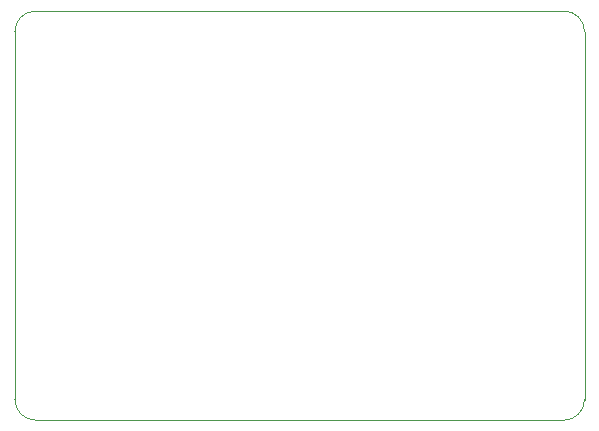
<source format=gm1>
G04 #@! TF.GenerationSoftware,KiCad,Pcbnew,7.0.1-0*
G04 #@! TF.CreationDate,2023-05-01T16:00:43+08:00*
G04 #@! TF.ProjectId,slimarm_almond_mini,736c696d-6172-46d5-9f61-6c6d6f6e645f,rev?*
G04 #@! TF.SameCoordinates,Original*
G04 #@! TF.FileFunction,Profile,NP*
%FSLAX46Y46*%
G04 Gerber Fmt 4.6, Leading zero omitted, Abs format (unit mm)*
G04 Created by KiCad (PCBNEW 7.0.1-0) date 2023-05-01 16:00:43*
%MOMM*%
%LPD*%
G01*
G04 APERTURE LIST*
G04 #@! TA.AperFunction,Profile*
%ADD10C,0.100000*%
G04 #@! TD*
G04 APERTURE END LIST*
D10*
X22100000Y-45196860D02*
X22100000Y-14032145D01*
X70329402Y-14042998D02*
G75*
G03*
X68589423Y-12300000I-1742902J98D01*
G01*
X68588558Y-46939200D02*
X23839377Y-46939200D01*
X22099998Y-45196860D02*
G75*
G03*
X23839377Y-46939200I1742302J-40D01*
G01*
X23835085Y-12300000D02*
X68589423Y-12300000D01*
X70329457Y-14042998D02*
X70329469Y-45201252D01*
X23835085Y-12299998D02*
G75*
G03*
X22100001Y-14032145I15J-1735102D01*
G01*
X68588558Y-46939171D02*
G75*
G03*
X70329468Y-45201252I42J1740871D01*
G01*
M02*

</source>
